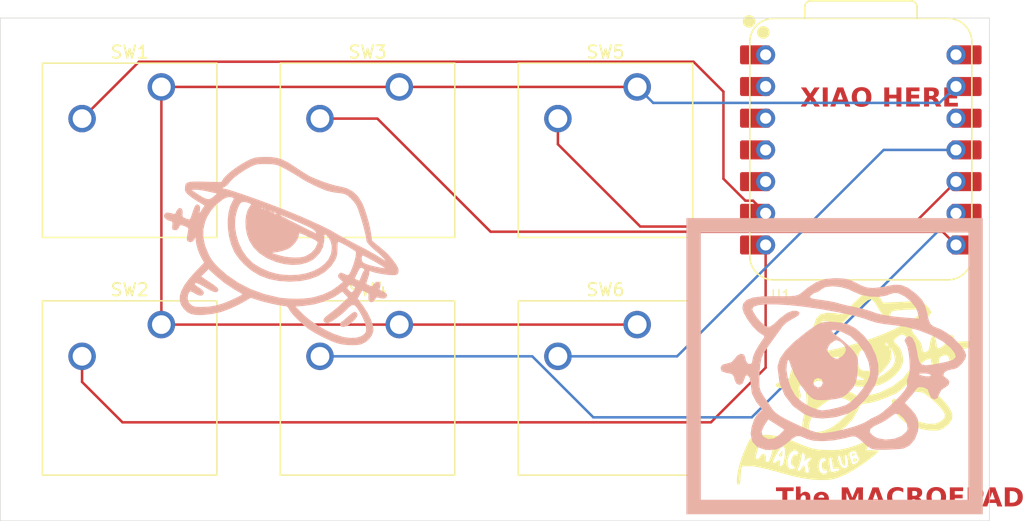
<source format=kicad_pcb>
(kicad_pcb (version 20241229) (generator "pcbnew") (generator_version "9.0")
  (layers (0 "F.Cu" signal) (2 "B.Cu" signal) (13 "F.Paste" user) (15 "B.Paste" user) (5 "F.SilkS" user "F.Silkscreen") (7 "B.SilkS" user "B.Silkscreen") (1 "F.Mask" user) (3 "B.Mask" user) (25 "Edge.Cuts" user))
  (net 0 "")
  (net 1 "+5V")
  (net 2 "GND")
  (net 3 "Net-(U1-GPIO1{slash}RX)")
  (net 4 "Net-(U1-GPIO2{slash}SCK)")
  (net 5 "Net-(U1-GPIO4{slash}MISO)")
  (net 6 "Net-(U1-GPIO7{slash}SCL)")
  (net 10 "Net-(U1-GPIO0{slash}TX)")
  (net 12 "Net-(U1-GPIO3{slash}MOSI)")
  (net 13 "unconnected-(U1-GPIO6{slash}SDA-Pad5)")
  (footprint "Button_Switch_Keyboard:SW_Cherry_MX_1.00u_PCB" (layer "F.Cu") (at 52.54625 128.27)
    (property "Reference" "SW4" (at -2.54 -2.794 0) (layer "F.SilkS"))
    (property "Value" "SW_Push")
    (pad "" np_thru_hole circle (at -7.62 5.08) (size 1.7 1.7) (drill 1.7) (layers "*.Cu" "*.Mask"))
    (pad "" np_thru_hole circle (at -2.54 5.08) (size 4 4) (drill 4) (layers "*.Cu" "*.Mask"))
    (pad "" np_thru_hole circle (at 2.54 5.08) (size 1.7 1.7) (drill 1.7) (layers "*.Cu" "*.Mask"))
    (pad "1" thru_hole circle (at 0 0) (size 2.2 2.2) (drill 1.5) (layers "*.Cu" "*.Mask") (net 2 "GND"))
    (pad "2" thru_hole circle (at -6.35 2.54) (size 2.2 2.2) (drill 1.5) (layers "*.Cu" "*.Mask") (net 4 "Net-(U1-GPIO2{slash}SCK)"))
  )
  (footprint "alt poe:godoe" (layer "F.Cu") (at 90.7 131.5)
    (property "Reference" "G***" (hide yes))
    (property "Value" "LOGO" (hide yes))
  )
  (footprint "Button_Switch_Keyboard:SW_Cherry_MX_1.00u_PCB" (layer "F.Cu") (at 71.59625 109.22)
    (property "Reference" "SW5" (at -2.54 -2.794 0) (layer "F.SilkS"))
    (property "Value" "SW_Push")
    (pad "" np_thru_hole circle (at -7.62 5.08) (size 1.7 1.7) (drill 1.7) (layers "*.Cu" "*.Mask"))
    (pad "" np_thru_hole circle (at -2.54 5.08) (size 4 4) (drill 4) (layers "*.Cu" "*.Mask"))
    (pad "" np_thru_hole circle (at 2.54 5.08) (size 1.7 1.7) (drill 1.7) (layers "*.Cu" "*.Mask"))
    (pad "1" thru_hole circle (at 0 0) (size 2.2 2.2) (drill 1.5) (layers "*.Cu" "*.Mask") (net 2 "GND"))
    (pad "2" thru_hole circle (at -6.35 2.54) (size 2.2 2.2) (drill 1.5) (layers "*.Cu" "*.Mask") (net 5 "Net-(U1-GPIO4{slash}MISO)"))
  )
  (footprint "Button_Switch_Keyboard:SW_Cherry_MX_1.00u_PCB" (layer "F.Cu") (at 71.59625 128.27)
    (property "Reference" "SW6" (at -2.54 -2.794 0) (layer "F.SilkS"))
    (property "Value" "SW_Push")
    (pad "" np_thru_hole circle (at -7.62 5.08) (size 1.7 1.7) (drill 1.7) (layers "*.Cu" "*.Mask"))
    (pad "" np_thru_hole circle (at -2.54 5.08) (size 4 4) (drill 4) (layers "*.Cu" "*.Mask"))
    (pad "" np_thru_hole circle (at 2.54 5.08) (size 1.7 1.7) (drill 1.7) (layers "*.Cu" "*.Mask"))
    (pad "1" thru_hole circle (at 0 0) (size 2.2 2.2) (drill 1.5) (layers "*.Cu" "*.Mask") (net 2 "GND"))
    (pad "2" thru_hole circle (at -6.35 2.54) (size 2.2 2.2) (drill 1.5) (layers "*.Cu" "*.Mask") (net 12 "Net-(U1-GPIO3{slash}MOSI)"))
  )
  (footprint "Button_Switch_Keyboard:SW_Cherry_MX_1.00u_PCB" (layer "F.Cu") (at 33.49625 109.22)
    (property "Reference" "SW1" (at -2.54 -2.794 0) (layer "F.SilkS"))
    (property "Value" "SW_Push")
    (pad "" np_thru_hole circle (at -7.62 5.08) (size 1.7 1.7) (drill 1.7) (layers "*.Cu" "*.Mask"))
    (pad "" np_thru_hole circle (at -2.54 5.08) (size 4 4) (drill 4) (layers "*.Cu" "*.Mask"))
    (pad "" np_thru_hole circle (at 2.54 5.08) (size 1.7 1.7) (drill 1.7) (layers "*.Cu" "*.Mask"))
    (pad "1" thru_hole circle (at 0 0) (size 2.2 2.2) (drill 1.5) (layers "*.Cu" "*.Mask") (net 2 "GND"))
    (pad "2" thru_hole circle (at -6.35 2.54) (size 2.2 2.2) (drill 1.5) (layers "*.Cu" "*.Mask") (net 6 "Net-(U1-GPIO7{slash}SCL)"))
  )
  (footprint "Button_Switch_Keyboard:SW_Cherry_MX_1.00u_PCB" (layer "F.Cu") (at 33.49625 128.27)
    (property "Reference" "SW2" (at -2.54 -2.794 0) (layer "F.SilkS"))
    (property "Value" "SW_Push")
    (pad "" np_thru_hole circle (at -7.62 5.08) (size 1.7 1.7) (drill 1.7) (layers "*.Cu" "*.Mask"))
    (pad "" np_thru_hole circle (at -2.54 5.08) (size 4 4) (drill 4) (layers "*.Cu" "*.Mask"))
    (pad "" np_thru_hole circle (at 2.54 5.08) (size 1.7 1.7) (drill 1.7) (layers "*.Cu" "*.Mask"))
    (pad "1" thru_hole circle (at 0 0) (size 2.2 2.2) (drill 1.5) (layers "*.Cu" "*.Mask") (net 2 "GND"))
    (pad "2" thru_hole circle (at -6.35 2.54) (size 2.2 2.2) (drill 1.5) (layers "*.Cu" "*.Mask") (net 10 "Net-(U1-GPIO0{slash}TX)"))
  )
  (footprint "Button_Switch_Keyboard:SW_Cherry_MX_1.00u_PCB" (layer "F.Cu") (at 52.54625 109.22)
    (property "Reference" "SW3" (at -2.54 -2.794 0) (layer "F.SilkS"))
    (property "Value" "SW_Push")
    (pad "" np_thru_hole circle (at -7.62 5.08) (size 1.7 1.7) (drill 1.7) (layers "*.Cu" "*.Mask"))
    (pad "" np_thru_hole circle (at -2.54 5.08) (size 4 4) (drill 4) (layers "*.Cu" "*.Mask"))
    (pad "" np_thru_hole circle (at 2.54 5.08) (size 1.7 1.7) (drill 1.7) (layers "*.Cu" "*.Mask"))
    (pad "1" thru_hole circle (at 0 0) (size 2.2 2.2) (drill 1.5) (layers "*.Cu" "*.Mask") (net 2 "GND"))
    (pad "2" thru_hole circle (at -6.35 2.54) (size 2.2 2.2) (drill 1.5) (layers "*.Cu" "*.Mask") (net 3 "Net-(U1-GPIO1{slash}RX)"))
  )
  (footprint "OPL Library:XIAO-RP2040-DIP" (layer "F.Cu") (at 89.5 114.2685)
    (property "Reference" "U1" (at -6.4 11.6315 0) (layer "F.SilkS") (effects (font (size 0.8 0.8) (thickness 0.1016))))
    (property "Value" "XIAO-RP2040-DIP")
    (pad "1" smd roundrect (at -8.455 -7.62 180) (size 2.432 1.524) (layers "F.Cu" "F.Mask") (roundrect_rratio 0.1))
    (pad "1" thru_hole circle (at -7.62 -7.62 180) (size 1.524 1.524) (drill 0.889) (layers "*.Cu" "*.Mask"))
    (pad "2" smd roundrect (at -8.455 -5.08 180) (size 2.432 1.524) (layers "F.Cu" "F.Mask") (roundrect_rratio 0.1))
    (pad "2" thru_hole circle (at -7.62 -5.08 180) (size 1.524 1.524) (drill 0.889) (layers "*.Cu" "*.Mask"))
    (pad "3" smd roundrect (at -8.455 -2.54 180) (size 2.432 1.524) (layers "F.Cu" "F.Mask") (roundrect_rratio 0.1))
    (pad "3" thru_hole circle (at -7.62 -2.54 180) (size 1.524 1.524) (drill 0.889) (layers "*.Cu" "*.Mask"))
    (pad "4" smd roundrect (at -8.455 0 180) (size 2.432 1.524) (layers "F.Cu" "F.Mask") (roundrect_rratio 0.1))
    (pad "4" thru_hole circle (at -7.62 0 180) (size 1.524 1.524) (drill 0.889) (layers "*.Cu" "*.Mask"))
    (pad "5" smd roundrect (at -8.455 2.54 180) (size 2.432 1.524) (layers "F.Cu" "F.Mask") (roundrect_rratio 0.1) (net 13 "unconnected-(U1-GPIO6{slash}SDA-Pad5)"))
    (pad "5" thru_hole circle (at -7.62 2.54 180) (size 1.524 1.524) (drill 0.889) (layers "*.Cu" "*.Mask") (net 13 "unconnected-(U1-GPIO6{slash}SDA-Pad5)"))
    (pad "6" smd roundrect (at -8.455 5.08 180) (size 2.432 1.524) (layers "F.Cu" "F.Mask") (roundrect_rratio 0.1) (net 6 "Net-(U1-GPIO7{slash}SCL)"))
    (pad "6" thru_hole circle (at -7.62 5.08 180) (size 1.524 1.524) (drill 0.889) (layers "*.Cu" "*.Mask") (net 6 "Net-(U1-GPIO7{slash}SCL)"))
    (pad "7" smd roundrect (at -8.455 7.62 180) (size 2.432 1.524) (layers "F.Cu" "F.Mask") (roundrect_rratio 0.1) (net 10 "Net-(U1-GPIO0{slash}TX)"))
    (pad "7" thru_hole circle (at -7.62 7.62 180) (size 1.524 1.524) (drill 0.889) (layers "*.Cu" "*.Mask") (net 10 "Net-(U1-GPIO0{slash}TX)"))
    (pad "8" thru_hole circle (at 7.62 7.62) (size 1.524 1.524) (drill 0.889) (layers "*.Cu" "*.Mask") (net 3 "Net-(U1-GPIO1{slash}RX)"))
    (pad "8" smd roundrect (at 8.455 7.62) (size 2.432 1.524) (layers "F.Cu" "F.Mask") (roundrect_rratio 0.1) (net 3 "Net-(U1-GPIO1{slash}RX)"))
    (pad "9" thru_hole circle (at 7.62 5.08) (size 1.524 1.524) (drill 0.889) (layers "*.Cu" "*.Mask") (net 4 "Net-(U1-GPIO2{slash}SCK)"))
    (pad "9" smd roundrect (at 8.455 5.08) (size 2.432 1.524) (layers "F.Cu" "F.Mask") (roundrect_rratio 0.1) (net 4 "Net-(U1-GPIO2{slash}SCK)"))
    (pad "10" thru_hole circle (at 7.62 2.54) (size 1.524 1.524) (drill 0.889) (layers "*.Cu" "*.Mask") (net 5 "Net-(U1-GPIO4{slash}MISO)"))
    (pad "10" smd roundrect (at 8.455 2.54) (size 2.432 1.524) (layers "F.Cu" "F.Mask") (roundrect_rratio 0.1) (net 5 "Net-(U1-GPIO4{slash}MISO)"))
    (pad "11" thru_hole circle (at 7.62 0) (size 1.524 1.524) (drill 0.889) (layers "*.Cu" "*.Mask") (net 12 "Net-(U1-GPIO3{slash}MOSI)"))
    (pad "11" smd roundrect (at 8.455 0) (size 2.432 1.524) (layers "F.Cu" "F.Mask") (roundrect_rratio 0.1) (net 12 "Net-(U1-GPIO3{slash}MOSI)"))
    (pad "12" thru_hole circle (at 7.62 -2.54) (size 1.524 1.524) (drill 0.889) (layers "*.Cu" "*.Mask"))
    (pad "12" smd roundrect (at 8.455 -2.54) (size 2.432 1.524) (layers "F.Cu" "F.Mask") (roundrect_rratio 0.1))
    (pad "13" thru_hole circle (at 7.62 -5.08) (size 1.524 1.524) (drill 0.889) (layers "*.Cu" "*.Mask") (net 2 "GND"))
    (pad "13" smd roundrect (at 8.455 -5.08) (size 2.432 1.524) (layers "F.Cu" "F.Mask") (roundrect_rratio 0.1) (net 2 "GND"))
    (pad "14" thru_hole circle (at 7.62 -7.62) (size 1.524 1.524) (drill 0.889) (layers "*.Cu" "*.Mask") (net 1 "+5V"))
    (pad "14" smd roundrect (at 8.455 -7.62) (size 2.432 1.524) (layers "F.Cu" "F.Mask") (roundrect_rratio 0.1) (net 1 "+5V"))
  )
  (footprint "alt poe:hackclub_logo" (layer "F.Cu") (at 85.3 139.1)
    (property "Reference" "G***" (hide yes))
    (property "Value" "LOGO" (hide yes))
  )
  (footprint "alt poe:sugoe" (layer "B.Cu") (at 87.4 131.6 180)
    (property "Reference" "G***" (hide yes))
    (property "Value" "LOGO" (hide yes))
  )
  (footprint "alt poe:alt poe" (layer "B.Cu") (at 43.4 121.9 180)
    (property "Reference" "G***" (hide yes))
    (property "Value" "LOGO" (hide yes))
  )
  (gr_rect (start 20.6 103.7) (end 99.8 144) (stroke (width 0.05)) (fill no) (layer "Edge.Cuts"))
  (gr_text "XIAO HERE" (at 84.645 111.0485 0) (layer "F.Cu") (effects (font (size 1.5 1.5) (thickness 0.3) (bold yes)) (justify left bottom)))
  (gr_text "The MACROEPAD" (at 82.7 143.1 0) (layer "F.Cu") (effects (font (size 1.5 1.5) (thickness 0.3) (bold yes)) (justify left bottom)))
  (segment (start 97.96275 106.6485) (end 97.12 106.6485) (width 0.2) (layer "F.Cu") (net 1))
  (segment (start 33.49625 109.22) (end 52.54625 109.22) (width 0.2) (layer "F.Cu") (net 2))
  (segment (start 52.55625 109.22) (end 52.54625 109.23) (width 0.2) (layer "F.Cu") (net 2))
  (segment (start 52.54625 128.27) (end 71.59625 128.27) (width 0.2) (layer "F.Cu") (net 2))
  (segment (start 33.49625 109.22) (end 33.49625 128.27) (width 0.2) (layer "F.Cu") (net 2))
  (segment (start 52.54625 109.22) (end 71.59625 109.22) (width 0.2) (layer "F.Cu") (net 2))
  (segment (start 52.54625 128.27) (end 33.49625 128.27) (width 0.2) (layer "F.Cu") (net 2))
  (segment (start 95.8085 110.5) (end 72.87625 110.5) (width 0.2) (layer "B.Cu") (net 2))
  (segment (start 97.12 109.1885) (end 95.8085 110.5) (width 0.2) (layer "B.Cu") (net 2))
  (segment (start 72.87625 110.5) (end 71.59625 109.22) (width 0.2) (layer "B.Cu") (net 2))
  (segment (start 50.791066 111.76) (end 59.856566 120.8255) (width 0.2) (layer "F.Cu") (net 3))
  (segment (start 59.856566 120.8255) (end 96.057 120.8255) (width 0.2) (layer "F.Cu") (net 3))
  (segment (start 96.057 120.8255) (end 97.12 121.8885) (width 0.2) (layer "F.Cu") (net 3))
  (segment (start 46.19625 111.76) (end 50.791066 111.76) (width 0.2) (layer "F.Cu") (net 3))
  (segment (start 80.7675 135.701) (end 97.12 119.3485) (width 0.2) (layer "B.Cu") (net 4))
  (segment (start 68.082434 135.701) (end 80.7675 135.701) (width 0.2) (layer "B.Cu") (net 4))
  (segment (start 63.191434 130.81) (end 68.082434 135.701) (width 0.2) (layer "B.Cu") (net 4))
  (segment (start 46.19625 130.81) (end 63.191434 130.81) (width 0.2) (layer "B.Cu") (net 4))
  (segment (start 65.24625 111.76) (end 65.24625 113.814816) (width 0.2) (layer "F.Cu") (net 5))
  (segment (start 93.517 120.4115) (end 97.12 116.8085) (width 0.2) (layer "F.Cu") (net 5))
  (segment (start 65.24625 113.814816) (end 71.842934 120.4115) (width 0.2) (layer "F.Cu") (net 5))
  (segment (start 71.842934 120.4115) (end 93.517 120.4115) (width 0.2) (layer "F.Cu") (net 5))
  (segment (start 27.14625 111.76) (end 31.70625 107.2) (width 0.2) (layer "F.Cu") (net 6))
  (segment (start 80.258937 118.341063) (end 80.872563 118.341063) (width 0.2) (layer "F.Cu") (net 6))
  (segment (start 78.5 109.6) (end 78.5 116.582126) (width 0.2) (layer "F.Cu") (net 6))
  (segment (start 80.872563 118.341063) (end 81.88 119.3485) (width 0.2) (layer "F.Cu") (net 6))
  (segment (start 31.70625 107.2) (end 76.1 107.2) (width 0.2) (layer "F.Cu") (net 6))
  (segment (start 78.5 116.582126) (end 80.258937 118.341063) (width 0.2) (layer "F.Cu") (net 6))
  (segment (start 27.14625 111.76) (end 27.703125 111.203125) (width 0.2) (layer "F.Cu") (net 6))
  (segment (start 76.1 107.2) (end 78.5 109.6) (width 0.2) (layer "F.Cu") (net 6))
  (segment (start 27.14625 130.81) (end 27.14625 132.864816) (width 0.2) (layer "F.Cu") (net 10))
  (segment (start 27.14625 132.864816) (end 30.381434 136.1) (width 0.2) (layer "F.Cu") (net 10))
  (segment (start 81.88 131.72) (end 81.88 121.8885) (width 0.2) (layer "F.Cu") (net 10))
  (segment (start 30.381434 136.1) (end 77.5 136.1) (width 0.2) (layer "F.Cu") (net 10))
  (segment (start 77.5 136.1) (end 81.88 131.72) (width 0.2) (layer "F.Cu") (net 10))
  (segment (start 91.3315 114.2685) (end 97.12 114.2685) (width 0.2) (layer "B.Cu") (net 12))
  (segment (start 65.24625 130.81) (end 74.79 130.81) (width 0.2) (layer "B.Cu") (net 12))
  (segment (start 74.79 130.81) (end 91.3315 114.2685) (width 0.2) (layer "B.Cu") (net 12))
  (segment (start 80.14875 116.8085) (end 81.88 116.8085) (width 0.2) (layer "F.Cu") (net 13))
)
</source>
